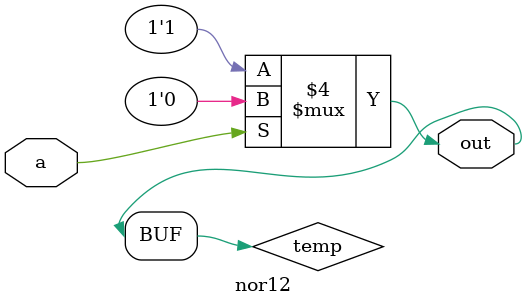
<source format=v>
module nor12 (
    input wire a,
    output wire out
);

    reg temp;
    always @(*) begin
        temp = (|a == 1'b0) ? 1'b1 : 1'b0;
    end

    assign out = temp;
    
endmodule

</source>
